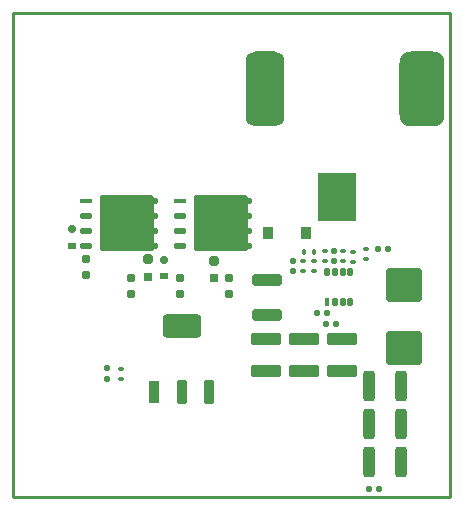
<source format=gtp>
G04*
G04 #@! TF.GenerationSoftware,Altium Limited,Altium Designer,24.6.1 (21)*
G04*
G04 Layer_Color=8421504*
%FSLAX44Y44*%
%MOMM*%
G71*
G04*
G04 #@! TF.SameCoordinates,BDBC2BC3-1C69-4059-88BB-952B3CEC59DC*
G04*
G04*
G04 #@! TF.FilePolarity,Positive*
G04*
G01*
G75*
%ADD14C,0.2540*%
%ADD16R,1.0200X1.1300*%
G04:AMPARAMS|DCode=17|XSize=3.3mm|YSize=6.35mm|CornerRadius=0.825mm|HoleSize=0mm|Usage=FLASHONLY|Rotation=0.000|XOffset=0mm|YOffset=0mm|HoleType=Round|Shape=RoundedRectangle|*
%AMROUNDEDRECTD17*
21,1,3.3000,4.7000,0,0,0.0*
21,1,1.6500,6.3500,0,0,0.0*
1,1,1.6500,0.8250,-2.3500*
1,1,1.6500,-0.8250,-2.3500*
1,1,1.6500,-0.8250,2.3500*
1,1,1.6500,0.8250,2.3500*
%
%ADD17ROUNDEDRECTD17*%
G04:AMPARAMS|DCode=18|XSize=3.81mm|YSize=6.35mm|CornerRadius=0.9525mm|HoleSize=0mm|Usage=FLASHONLY|Rotation=0.000|XOffset=0mm|YOffset=0mm|HoleType=Round|Shape=RoundedRectangle|*
%AMROUNDEDRECTD18*
21,1,3.8100,4.4450,0,0,0.0*
21,1,1.9050,6.3500,0,0,0.0*
1,1,1.9050,0.9525,-2.2225*
1,1,1.9050,-0.9525,-2.2225*
1,1,1.9050,-0.9525,2.2225*
1,1,1.9050,0.9525,2.2225*
%
%ADD18ROUNDEDRECTD18*%
%ADD19R,3.3000X4.0600*%
G04:AMPARAMS|DCode=20|XSize=0.54mm|YSize=0.5mm|CornerRadius=0.125mm|HoleSize=0mm|Usage=FLASHONLY|Rotation=180.000|XOffset=0mm|YOffset=0mm|HoleType=Round|Shape=RoundedRectangle|*
%AMROUNDEDRECTD20*
21,1,0.5400,0.2500,0,0,180.0*
21,1,0.2900,0.5000,0,0,180.0*
1,1,0.2500,-0.1450,0.1250*
1,1,0.2500,0.1450,0.1250*
1,1,0.2500,0.1450,-0.1250*
1,1,0.2500,-0.1450,-0.1250*
%
%ADD20ROUNDEDRECTD20*%
G04:AMPARAMS|DCode=21|XSize=0.45mm|YSize=0.4mm|CornerRadius=0.1mm|HoleSize=0mm|Usage=FLASHONLY|Rotation=180.000|XOffset=0mm|YOffset=0mm|HoleType=Round|Shape=RoundedRectangle|*
%AMROUNDEDRECTD21*
21,1,0.4500,0.2000,0,0,180.0*
21,1,0.2500,0.4000,0,0,180.0*
1,1,0.2000,-0.1250,0.1000*
1,1,0.2000,0.1250,0.1000*
1,1,0.2000,0.1250,-0.1000*
1,1,0.2000,-0.1250,-0.1000*
%
%ADD21ROUNDEDRECTD21*%
G04:AMPARAMS|DCode=22|XSize=2.6mm|YSize=1mm|CornerRadius=0.25mm|HoleSize=0mm|Usage=FLASHONLY|Rotation=270.000|XOffset=0mm|YOffset=0mm|HoleType=Round|Shape=RoundedRectangle|*
%AMROUNDEDRECTD22*
21,1,2.6000,0.5000,0,0,270.0*
21,1,2.1000,1.0000,0,0,270.0*
1,1,0.5000,-0.2500,-1.0500*
1,1,0.5000,-0.2500,1.0500*
1,1,0.5000,0.2500,1.0500*
1,1,0.5000,0.2500,-1.0500*
%
%ADD22ROUNDEDRECTD22*%
G04:AMPARAMS|DCode=23|XSize=0.54mm|YSize=0.5mm|CornerRadius=0.125mm|HoleSize=0mm|Usage=FLASHONLY|Rotation=270.000|XOffset=0mm|YOffset=0mm|HoleType=Round|Shape=RoundedRectangle|*
%AMROUNDEDRECTD23*
21,1,0.5400,0.2500,0,0,270.0*
21,1,0.2900,0.5000,0,0,270.0*
1,1,0.2500,-0.1250,-0.1450*
1,1,0.2500,-0.1250,0.1450*
1,1,0.2500,0.1250,0.1450*
1,1,0.2500,0.1250,-0.1450*
%
%ADD23ROUNDEDRECTD23*%
G04:AMPARAMS|DCode=24|XSize=3.05mm|YSize=2.8mm|CornerRadius=0.14mm|HoleSize=0mm|Usage=FLASHONLY|Rotation=0.000|XOffset=0mm|YOffset=0mm|HoleType=Round|Shape=RoundedRectangle|*
%AMROUNDEDRECTD24*
21,1,3.0500,2.5200,0,0,0.0*
21,1,2.7700,2.8000,0,0,0.0*
1,1,0.2800,1.3850,-1.2600*
1,1,0.2800,-1.3850,-1.2600*
1,1,0.2800,-1.3850,1.2600*
1,1,0.2800,1.3850,1.2600*
%
%ADD24ROUNDEDRECTD24*%
G04:AMPARAMS|DCode=25|XSize=0.45mm|YSize=0.75mm|CornerRadius=0.1125mm|HoleSize=0mm|Usage=FLASHONLY|Rotation=180.000|XOffset=0mm|YOffset=0mm|HoleType=Round|Shape=RoundedRectangle|*
%AMROUNDEDRECTD25*
21,1,0.4500,0.5250,0,0,180.0*
21,1,0.2250,0.7500,0,0,180.0*
1,1,0.2250,-0.1125,0.2625*
1,1,0.2250,0.1125,0.2625*
1,1,0.2250,0.1125,-0.2625*
1,1,0.2250,-0.1125,-0.2625*
%
%ADD25ROUNDEDRECTD25*%
%ADD26R,0.4500X0.7500*%
G04:AMPARAMS|DCode=27|XSize=0.45mm|YSize=0.4mm|CornerRadius=0.1mm|HoleSize=0mm|Usage=FLASHONLY|Rotation=270.000|XOffset=0mm|YOffset=0mm|HoleType=Round|Shape=RoundedRectangle|*
%AMROUNDEDRECTD27*
21,1,0.4500,0.2000,0,0,270.0*
21,1,0.2500,0.4000,0,0,270.0*
1,1,0.2000,-0.1000,-0.1250*
1,1,0.2000,-0.1000,0.1250*
1,1,0.2000,0.1000,0.1250*
1,1,0.2000,0.1000,-0.1250*
%
%ADD27ROUNDEDRECTD27*%
G04:AMPARAMS|DCode=28|XSize=2.6mm|YSize=1mm|CornerRadius=0.25mm|HoleSize=0mm|Usage=FLASHONLY|Rotation=0.000|XOffset=0mm|YOffset=0mm|HoleType=Round|Shape=RoundedRectangle|*
%AMROUNDEDRECTD28*
21,1,2.6000,0.5000,0,0,0.0*
21,1,2.1000,1.0000,0,0,0.0*
1,1,0.5000,1.0500,-0.2500*
1,1,0.5000,-1.0500,-0.2500*
1,1,0.5000,-1.0500,0.2500*
1,1,0.5000,1.0500,0.2500*
%
%ADD28ROUNDEDRECTD28*%
%ADD29R,0.9000X1.1000*%
G04:AMPARAMS|DCode=30|XSize=1.1mm|YSize=0.9mm|CornerRadius=0.225mm|HoleSize=0mm|Usage=FLASHONLY|Rotation=90.000|XOffset=0mm|YOffset=0mm|HoleType=Round|Shape=RoundedRectangle|*
%AMROUNDEDRECTD30*
21,1,1.1000,0.4500,0,0,90.0*
21,1,0.6500,0.9000,0,0,90.0*
1,1,0.4500,0.2250,0.3250*
1,1,0.4500,0.2250,-0.3250*
1,1,0.4500,-0.2250,-0.3250*
1,1,0.4500,-0.2250,0.3250*
%
%ADD30ROUNDEDRECTD30*%
G04:AMPARAMS|DCode=31|XSize=2.5mm|YSize=1mm|CornerRadius=0.25mm|HoleSize=0mm|Usage=FLASHONLY|Rotation=0.000|XOffset=0mm|YOffset=0mm|HoleType=Round|Shape=RoundedRectangle|*
%AMROUNDEDRECTD31*
21,1,2.5000,0.5000,0,0,0.0*
21,1,2.0000,1.0000,0,0,0.0*
1,1,0.5000,1.0000,-0.2500*
1,1,0.5000,-1.0000,-0.2500*
1,1,0.5000,-1.0000,0.2500*
1,1,0.5000,1.0000,0.2500*
%
%ADD31ROUNDEDRECTD31*%
G04:AMPARAMS|DCode=32|XSize=0.75mm|YSize=0.6mm|CornerRadius=0.15mm|HoleSize=0mm|Usage=FLASHONLY|Rotation=180.000|XOffset=0mm|YOffset=0mm|HoleType=Round|Shape=RoundedRectangle|*
%AMROUNDEDRECTD32*
21,1,0.7500,0.3000,0,0,180.0*
21,1,0.4500,0.6000,0,0,180.0*
1,1,0.3000,-0.2250,0.1500*
1,1,0.3000,0.2250,0.1500*
1,1,0.3000,0.2250,-0.1500*
1,1,0.3000,-0.2250,-0.1500*
%
%ADD32ROUNDEDRECTD32*%
%ADD33R,0.7000X0.6000*%
G04:AMPARAMS|DCode=34|XSize=0.7mm|YSize=0.6mm|CornerRadius=0.15mm|HoleSize=0mm|Usage=FLASHONLY|Rotation=180.000|XOffset=0mm|YOffset=0mm|HoleType=Round|Shape=RoundedRectangle|*
%AMROUNDEDRECTD34*
21,1,0.7000,0.3000,0,0,180.0*
21,1,0.4000,0.6000,0,0,180.0*
1,1,0.3000,-0.2000,0.1500*
1,1,0.3000,0.2000,0.1500*
1,1,0.3000,0.2000,-0.1500*
1,1,0.3000,-0.2000,-0.1500*
%
%ADD34ROUNDEDRECTD34*%
G04:AMPARAMS|DCode=35|XSize=3.25mm|YSize=1.95mm|CornerRadius=0.25mm|HoleSize=0mm|Usage=FLASHONLY|Rotation=180.000|XOffset=0mm|YOffset=0mm|HoleType=Round|Shape=RoundedRectangle|*
%AMROUNDEDRECTD35*
21,1,3.2500,1.4500,0,0,180.0*
21,1,2.7500,1.9500,0,0,180.0*
1,1,0.5000,-1.3750,0.7250*
1,1,0.5000,1.3750,0.7250*
1,1,0.5000,1.3750,-0.7250*
1,1,0.5000,-1.3750,-0.7250*
%
%ADD35ROUNDEDRECTD35*%
G04:AMPARAMS|DCode=36|XSize=0.9mm|YSize=1.95mm|CornerRadius=0.11mm|HoleSize=0mm|Usage=FLASHONLY|Rotation=180.000|XOffset=0mm|YOffset=0mm|HoleType=Round|Shape=RoundedRectangle|*
%AMROUNDEDRECTD36*
21,1,0.9000,1.7300,0,0,180.0*
21,1,0.6800,1.9500,0,0,180.0*
1,1,0.2200,-0.3400,0.8650*
1,1,0.2200,0.3400,0.8650*
1,1,0.2200,0.3400,-0.8650*
1,1,0.2200,-0.3400,-0.8650*
%
%ADD36ROUNDEDRECTD36*%
%ADD37R,0.9000X1.9500*%
G04:AMPARAMS|DCode=38|XSize=0.45mm|YSize=1.05mm|CornerRadius=0.1125mm|HoleSize=0mm|Usage=FLASHONLY|Rotation=90.000|XOffset=0mm|YOffset=0mm|HoleType=Round|Shape=RoundedRectangle|*
%AMROUNDEDRECTD38*
21,1,0.4500,0.8250,0,0,90.0*
21,1,0.2250,1.0500,0,0,90.0*
1,1,0.2250,0.4125,0.1125*
1,1,0.2250,0.4125,-0.1125*
1,1,0.2250,-0.4125,-0.1125*
1,1,0.2250,-0.4125,0.1125*
%
%ADD38ROUNDEDRECTD38*%
%ADD39R,1.0500X0.4500*%
G04:AMPARAMS|DCode=40|XSize=4.7mm|YSize=4.5mm|CornerRadius=0.1125mm|HoleSize=0mm|Usage=FLASHONLY|Rotation=270.000|XOffset=0mm|YOffset=0mm|HoleType=Round|Shape=RoundedRectangle|*
%AMROUNDEDRECTD40*
21,1,4.7000,4.2750,0,0,270.0*
21,1,4.4750,4.5000,0,0,270.0*
1,1,0.2250,-2.1375,-2.2375*
1,1,0.2250,-2.1375,2.2375*
1,1,0.2250,2.1375,2.2375*
1,1,0.2250,2.1375,-2.2375*
%
%ADD40ROUNDEDRECTD40*%
G04:AMPARAMS|DCode=41|XSize=0.8mm|YSize=0.8mm|CornerRadius=0.2mm|HoleSize=0mm|Usage=FLASHONLY|Rotation=90.000|XOffset=0mm|YOffset=0mm|HoleType=Round|Shape=RoundedRectangle|*
%AMROUNDEDRECTD41*
21,1,0.8000,0.4000,0,0,90.0*
21,1,0.4000,0.8000,0,0,90.0*
1,1,0.4000,0.2000,0.2000*
1,1,0.4000,0.2000,-0.2000*
1,1,0.4000,-0.2000,-0.2000*
1,1,0.4000,-0.2000,0.2000*
%
%ADD41ROUNDEDRECTD41*%
%ADD42R,0.8000X0.8000*%
D14*
X523000Y1586000D02*
X893000D01*
X523000Y1996000D02*
X893000D01*
Y1586000D02*
Y1996000D01*
X523000Y1586000D02*
Y1996000D01*
D16*
X684358Y1804702D02*
D03*
Y1831302D02*
D03*
Y1818002D02*
D03*
X708758Y1831302D02*
D03*
Y1818002D02*
D03*
X696562Y1817999D02*
D03*
Y1804698D02*
D03*
X708758Y1804702D02*
D03*
X696562Y1831299D02*
D03*
X604608Y1804702D02*
D03*
Y1831302D02*
D03*
Y1818002D02*
D03*
X629008Y1831302D02*
D03*
Y1818002D02*
D03*
X616812Y1817999D02*
D03*
Y1804698D02*
D03*
X629008Y1804702D02*
D03*
X616812Y1831299D02*
D03*
D17*
X736550Y1931700D02*
D03*
D18*
X869450D02*
D03*
D19*
X797550Y1840300D02*
D03*
D20*
X603000Y1695100D02*
D03*
Y1686500D02*
D03*
X760000Y1786300D02*
D03*
Y1777700D02*
D03*
X795000Y1794300D02*
D03*
Y1785700D02*
D03*
D21*
X615000Y1694800D02*
D03*
Y1686300D02*
D03*
X769000Y1786250D02*
D03*
Y1777750D02*
D03*
X787000Y1794250D02*
D03*
Y1785750D02*
D03*
X803000D02*
D03*
Y1794250D02*
D03*
X811000Y1794000D02*
D03*
Y1785500D02*
D03*
X822000Y1796000D02*
D03*
Y1787500D02*
D03*
X778000Y1777750D02*
D03*
Y1786250D02*
D03*
D22*
X851500Y1680000D02*
D03*
X824500D02*
D03*
X851500Y1648000D02*
D03*
X824500D02*
D03*
X851500Y1616000D02*
D03*
X824500D02*
D03*
D23*
X833200Y1593050D02*
D03*
X824600D02*
D03*
X840600Y1796000D02*
D03*
X832000D02*
D03*
X780400Y1742000D02*
D03*
X789000D02*
D03*
X797100Y1733000D02*
D03*
X788500D02*
D03*
D24*
X854000Y1766000D02*
D03*
Y1712000D02*
D03*
D25*
X808750Y1776750D02*
D03*
X802250D02*
D03*
X795750D02*
D03*
X789250D02*
D03*
X808750Y1751250D02*
D03*
X802250D02*
D03*
X795750D02*
D03*
D26*
X789250D02*
D03*
D27*
X769750Y1794000D02*
D03*
X778250D02*
D03*
D28*
X801500Y1720333D02*
D03*
Y1693333D02*
D03*
X737500Y1720333D02*
D03*
Y1693333D02*
D03*
X769500D02*
D03*
Y1720333D02*
D03*
D29*
X739000Y1810000D02*
D03*
D30*
X771000D02*
D03*
D31*
X738000Y1770000D02*
D03*
Y1740000D02*
D03*
D32*
X706000Y1758250D02*
D03*
Y1771750D02*
D03*
X665000Y1758500D02*
D03*
Y1772000D02*
D03*
X623000Y1758250D02*
D03*
Y1771750D02*
D03*
X584750Y1774250D02*
D03*
Y1787750D02*
D03*
D33*
X650999Y1773000D02*
D03*
X572749Y1799000D02*
D03*
D34*
X650999Y1787000D02*
D03*
X572749Y1813000D02*
D03*
D35*
X666000Y1731250D02*
D03*
D36*
X689000Y1674750D02*
D03*
X666000D02*
D03*
D37*
X643000D02*
D03*
D38*
X720850Y1798950D02*
D03*
Y1811650D02*
D03*
Y1824350D02*
D03*
X664650Y1798950D02*
D03*
Y1811650D02*
D03*
Y1824350D02*
D03*
X720850Y1837050D02*
D03*
X641100Y1798950D02*
D03*
Y1811650D02*
D03*
Y1824350D02*
D03*
X584900Y1798950D02*
D03*
Y1811650D02*
D03*
Y1824350D02*
D03*
X641100Y1837050D02*
D03*
D39*
X664650D02*
D03*
X584900D02*
D03*
D40*
X699500Y1818000D02*
D03*
X619750D02*
D03*
D41*
X637750Y1787500D02*
D03*
X693000Y1786500D02*
D03*
D42*
X637750Y1772500D02*
D03*
X693000Y1771500D02*
D03*
M02*

</source>
